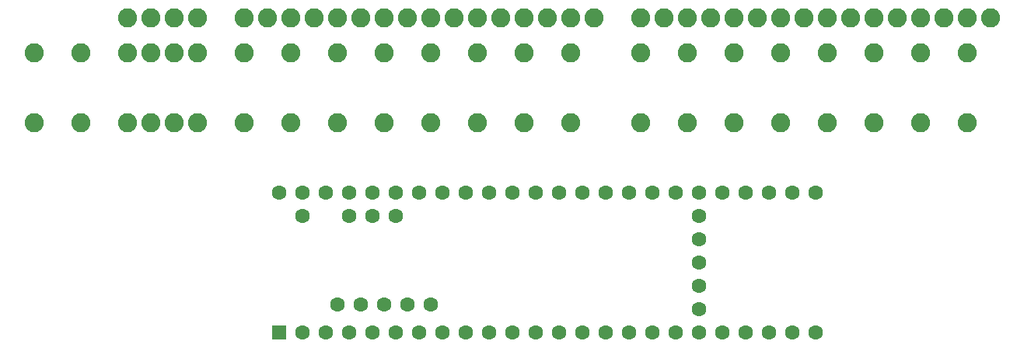
<source format=gbr>
G04 #@! TF.GenerationSoftware,KiCad,Pcbnew,(5.99.0-2302-g1dc804232)*
G04 #@! TF.CreationDate,2020-07-19T09:54:59-07:00*
G04 #@! TF.ProjectId,teensy,7465656e-7379-42e6-9b69-6361645f7063,rev?*
G04 #@! TF.SameCoordinates,Original*
G04 #@! TF.FileFunction,Soldermask,Top*
G04 #@! TF.FilePolarity,Negative*
%FSLAX46Y46*%
G04 Gerber Fmt 4.6, Leading zero omitted, Abs format (unit mm)*
G04 Created by KiCad (PCBNEW (5.99.0-2302-g1dc804232)) date 2020-07-19 09:54:59*
%MOMM*%
%LPD*%
G01*
G04 APERTURE LIST*
%ADD10C,2.082800*%
%ADD11C,1.600000*%
%ADD12R,1.600000X1.600000*%
G04 APERTURE END LIST*
D10*
X107950000Y-93980000D03*
X107950000Y-101600000D03*
X110490000Y-101600000D03*
X110490000Y-93980000D03*
X115570000Y-93980000D03*
X115570000Y-101600000D03*
X113030000Y-101600000D03*
X113030000Y-93980000D03*
X115570000Y-90170000D03*
X113030000Y-90170000D03*
X110490000Y-90170000D03*
X107950000Y-90170000D03*
X102870000Y-101600000D03*
X102870000Y-93980000D03*
X97790000Y-93980000D03*
X97790000Y-101600000D03*
X156210000Y-101600000D03*
X156210000Y-93980000D03*
X146050000Y-101600000D03*
X146050000Y-93980000D03*
X135890000Y-101600000D03*
X135890000Y-93980000D03*
X125730000Y-101600000D03*
X125730000Y-93980000D03*
X199390000Y-101600000D03*
X199390000Y-93980000D03*
X189230000Y-101600000D03*
X189230000Y-93980000D03*
X179070000Y-101600000D03*
X179070000Y-93980000D03*
X168910000Y-101600000D03*
X168910000Y-93980000D03*
X151130000Y-101600000D03*
X151130000Y-93980000D03*
X140970000Y-101600000D03*
X140970000Y-93980000D03*
X130810000Y-101600000D03*
X130810000Y-93980000D03*
X120650000Y-101600000D03*
X120650000Y-93980000D03*
X194310000Y-101600000D03*
X194310000Y-93980000D03*
X184150000Y-101600000D03*
X184150000Y-93980000D03*
X173990000Y-101600000D03*
X173990000Y-93980000D03*
X120650000Y-90170000D03*
X123190000Y-90170000D03*
X125730000Y-90170000D03*
X128270000Y-90170000D03*
X130810000Y-90170000D03*
X133350000Y-90170000D03*
X135890000Y-90170000D03*
X138430000Y-90170000D03*
X140970000Y-90170000D03*
X143510000Y-90170000D03*
X146050000Y-90170000D03*
X148590000Y-90170000D03*
X151130000Y-90170000D03*
X153670000Y-90170000D03*
X156210000Y-90170000D03*
X158750000Y-90170000D03*
X163830000Y-101600000D03*
X163830000Y-93980000D03*
X163830000Y-90170000D03*
X166370000Y-90170000D03*
X168910000Y-90170000D03*
X171450000Y-90170000D03*
X173990000Y-90170000D03*
X176530000Y-90170000D03*
X179070000Y-90170000D03*
X181610000Y-90170000D03*
X184150000Y-90170000D03*
X186690000Y-90170000D03*
X189230000Y-90170000D03*
X191770000Y-90170000D03*
X194310000Y-90170000D03*
X196850000Y-90170000D03*
X199390000Y-90170000D03*
X201930000Y-90170000D03*
D11*
X140970000Y-121460000D03*
X138430000Y-121460000D03*
X135890000Y-121460000D03*
X133350000Y-121460000D03*
X130810000Y-121460000D03*
X137160000Y-111760000D03*
X134620000Y-111760000D03*
X132080000Y-111760000D03*
X127000000Y-111760000D03*
X124460000Y-109220000D03*
X127000000Y-109220000D03*
X129540000Y-109220000D03*
X132080000Y-109220000D03*
X134620000Y-109220000D03*
X137160000Y-109220000D03*
X139700000Y-109220000D03*
X142240000Y-109220000D03*
X144780000Y-109220000D03*
X147320000Y-109220000D03*
X149860000Y-109220000D03*
X152400000Y-109220000D03*
X154940000Y-109220000D03*
X157480000Y-109220000D03*
X160020000Y-109220000D03*
X162560000Y-109220000D03*
D12*
X124460000Y-124460000D03*
D11*
X127000000Y-124460000D03*
X129540000Y-124460000D03*
X132080000Y-124460000D03*
X134620000Y-124460000D03*
X137160000Y-124460000D03*
X139700000Y-124460000D03*
X142240000Y-124460000D03*
X144780000Y-124460000D03*
X147320000Y-124460000D03*
X149860000Y-124460000D03*
X152400000Y-124460000D03*
X154940000Y-124460000D03*
X165100000Y-109220000D03*
X167640000Y-109220000D03*
X170180000Y-109220000D03*
X172720000Y-109220000D03*
X175260000Y-109220000D03*
X177800000Y-109220000D03*
X180340000Y-109220000D03*
X182880000Y-109220000D03*
X170180000Y-111760000D03*
X170180000Y-114300000D03*
X170180000Y-116840000D03*
X170180000Y-119380000D03*
X170180000Y-121920000D03*
X182880000Y-124460000D03*
X180340000Y-124460000D03*
X177800000Y-124460000D03*
X175260000Y-124460000D03*
X157480000Y-124460000D03*
X160020000Y-124460000D03*
X162560000Y-124460000D03*
X172720000Y-124460000D03*
X170180000Y-124460000D03*
X167640000Y-124460000D03*
X165100000Y-124460000D03*
M02*

</source>
